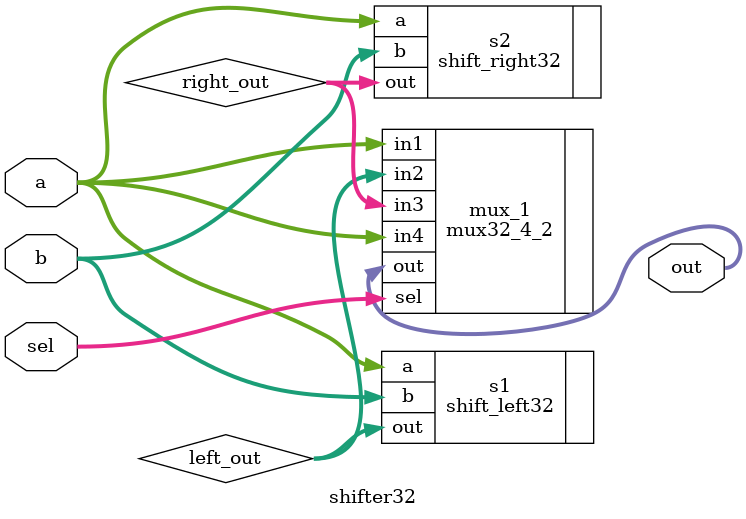
<source format=v>
`include "shift_left32.v"

module shifter32(
    input [31:0] a,
    input [31:0] b,
    input [1:0] sel,
    output [31:0] out
);
wire [31:0] left_out, right_out;

shift_left32 s1(.a(a), .b(b), .out(left_out));
shift_right32 s2(.a(a), .b(b), .out(right_out));

mux32_4_2 mux_1(.in1(a), .in2(left_out), .in3(right_out), .in4(a), .sel(sel), .out(out));

endmodule
</source>
